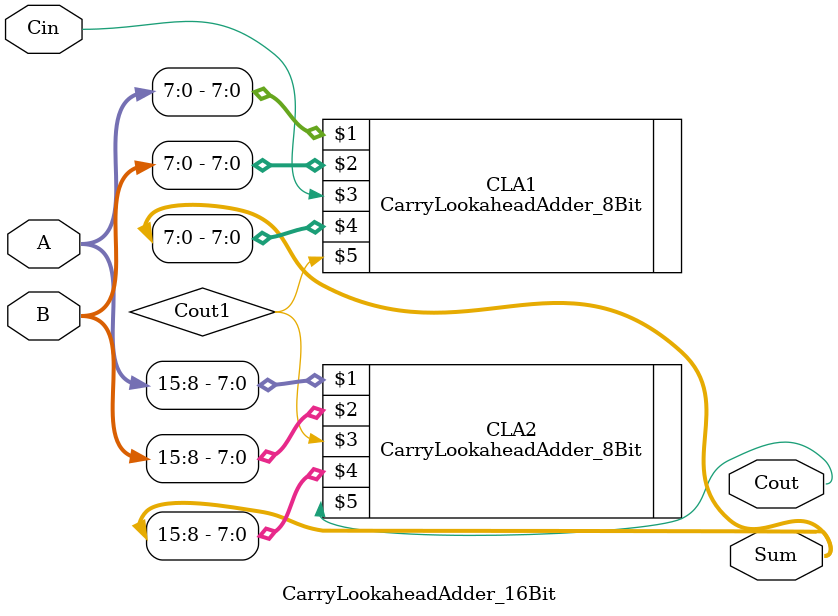
<source format=v>
`timescale 1ns / 1ps
module CarryLookaheadAdder_16Bit(
    input [15:0] A,
	 input [15:0] B,
	 input Cin,
    output [15:0] Sum,
    output Cout
    );
	 
	 CarryLookaheadAdder_8Bit CLA1(A[7:0], B[7:0], Cin, Sum[7:0], Cout1);
	 CarryLookaheadAdder_8Bit CLA2(A[15:8], B[15:8], Cout1, Sum[15:8], Cout);

endmodule

</source>
